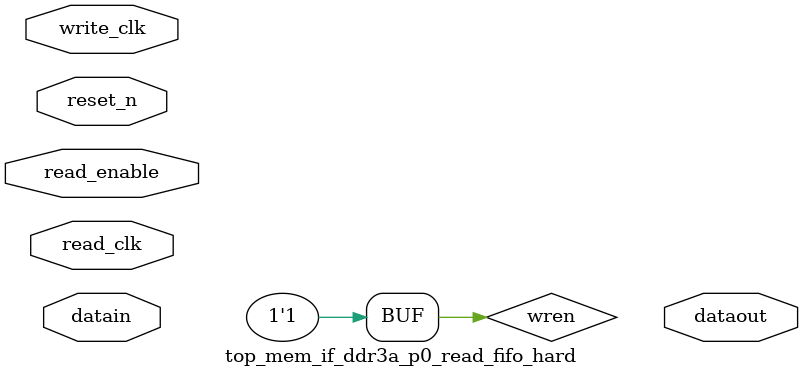
<source format=v>



`timescale 1 ps / 1 ps

module top_mem_if_ddr3a_p0_read_fifo_hard(
	write_clk,
	read_clk,
	read_enable,
	reset_n,
	datain,
	dataout
);

// ******************************************************************************************************************************** 
// BEGIN PARAMETER SECTION
// All parameters default to "" will have their values passed in from higher level wrapper with the controller and driver 

parameter DQ_GROUP_WIDTH = "";

localparam RATE_MULT = 2;


// END PARAMETER SECTION
// ******************************************************************************************************************************** 

input	write_clk;
input	read_clk;
input	read_enable;
input	reset_n;
input	[DQ_GROUP_WIDTH*2-1:0] datain;
output	[RATE_MULT*DQ_GROUP_WIDTH*2-1:0] dataout;


// ******************************************************************************************************************************** 
// Instantiate write-enable circuitry inside the DQS logic block
// ******************************************************************************************************************************** 

// The read_clk is expected to be a strobe that only toggles when there
// is valid data, so wren is tied to 1
wire wren = 1'b1;
	

// ******************************************************************************************************************************** 
// Instantiate read-enable circuitry inside the DQS logic block
// ******************************************************************************************************************************** 
wire read_enable_tmp;
wire plus2_tmp;
stratixv_read_fifo_read_enable fifo_read_enable (
	.re(read_enable),
	.rclk(),
	.plus2(1'b0), 
	.areset(),
	.reout (read_enable_tmp),
	.plus2out (plus2_tmp)
);
defparam fifo_read_enable.use_stalled_read_enable = "false";

// ******************************************************************************************************************************** 
// Instantiate hard read-fifo. 
// ******************************************************************************************************************************** 
generate
genvar dq_count;
	for (dq_count=0; dq_count<DQ_GROUP_WIDTH; dq_count=dq_count+1)
	begin:read_fifos
		// The datain bus is the read data for the current DQS group
		// coming out of the DDIO. Its width is 2x of each DQS group on the
		// memory interface. The bus is ordered by time slot:
		//
		// D0_T1, D0_T0
		//
		// The dataout bus is the read data going out of the FIFO. In FR, it has
		// the same width as datain. In HR, it 2x the datain width. The bus is
		// ordered by time slot.
		//
		// FR: D0_T1, D0_T0
		// HR: D0_T3, D0_T2, D0_T1, D0_T0
		stratixv_read_fifo fifo (
			.wclk(write_clk),
			.we(wren),
			.rclk(read_clk),
			.re(read_enable_tmp),
			.areset(~reset_n),
			.plus2(plus2_tmp),
			.datain({datain[dq_count], datain[dq_count + DQ_GROUP_WIDTH]}),
			.dataout({
					dataout[dq_count + (DQ_GROUP_WIDTH * 0)],
					dataout[dq_count + (DQ_GROUP_WIDTH * 1)],
					dataout[dq_count + (DQ_GROUP_WIDTH * 2)],
					dataout[dq_count + (DQ_GROUP_WIDTH * 3)]
								})
		);
		defparam fifo.use_half_rate_read = "true";
		defparam fifo.sim_wclk_pre_delay = 100;
	end
endgenerate

endmodule

</source>
